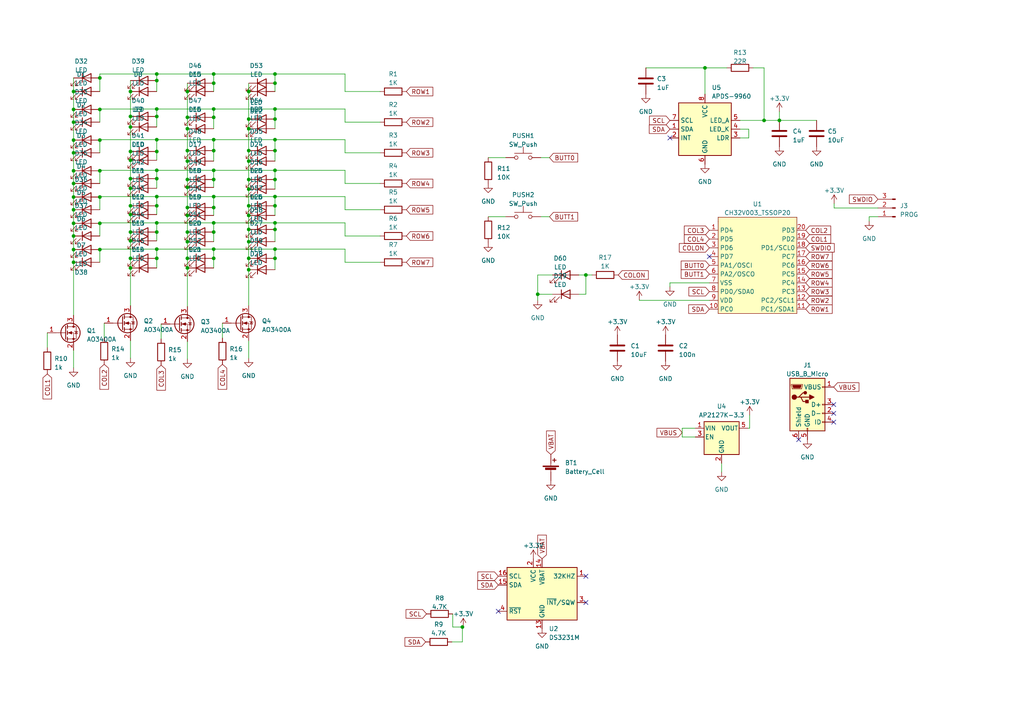
<source format=kicad_sch>
(kicad_sch (version 20230121) (generator eeschema)
  (paper "A4")
  (lib_symbols
    (symbol "Connector:Conn_01x03_Pin" (pin_names (offset 1.016) hide)
      (property "Reference" "J" (at 0 5.08 0))
      (property "Value" "Conn_01x03_Pin" (at 0 -5.08 0))
      (symbol "Conn_01x03_Pin_1_1"
        (pin passive line (at 5.08 2.54 180) (length 3.81) (name "Pin_1") (number "1"))
        (pin passive line (at 5.08 0 180) (length 3.81) (name "Pin_2") (number "2"))
        (pin passive line (at 5.08 -2.54 180) (length 3.81) (name "Pin_3") (number "3"))
      )
    )
    (symbol "Connector:USB_B_Micro" (pin_names (offset 1.016))
      (property "Reference" "J" (at -5.08 11.43 0))
      (property "Value" "USB_B_Micro" (at -5.08 8.89 0))
      (symbol "USB_B_Micro_1_1"
        (pin power_out line (at 7.62 5.08 180) (length 2.54) (name "VBUS") (number "1"))
        (pin bidirectional line (at 7.62 -2.54 180) (length 2.54) (name "D-") (number "2"))
        (pin bidirectional line (at 7.62 0 180) (length 2.54) (name "D+") (number "3"))
        (pin passive line (at 7.62 -5.08 180) (length 2.54) (name "ID") (number "4"))
        (pin power_out line (at 0 -10.16 90) (length 2.54) (name "GND") (number "5"))
        (pin passive line (at -2.54 -10.16 90) (length 2.54) (name "Shield") (number "6"))
      )
    )
    (symbol "Device:Battery_Cell" (pin_numbers hide) (pin_names (offset 0) hide)
      (property "Reference" "BT" (at 2.54 2.54 0))
      (property "Value" "Battery_Cell" (at 2.54 0 0))
      (symbol "Battery_Cell_1_1"
        (pin passive line (at 0 5.08 270) (length 2.54) (name "+") (number "1"))
        (pin passive line (at 0 -2.54 90) (length 2.54) (name "-") (number "2"))
      )
    )
    (symbol "Device:C" (pin_numbers hide) (pin_names (offset 0.254))
      (property "Reference" "C" (at 0.635 2.54 0))
      (property "Value" "C" (at 0.635 -2.54 0))
      (symbol "C_1_1"
        (pin passive line (at 0 3.81 270) (length 2.794) (name "~") (number "1"))
        (pin passive line (at 0 -3.81 90) (length 2.794) (name "~") (number "2"))
      )
    )
    (symbol "Device:LED" (pin_numbers hide) (pin_names (offset 1.016) hide)
      (property "Reference" "D" (at 0 2.54 0))
      (property "Value" "LED" (at 0 -2.54 0))
      (symbol "LED_1_1"
        (pin passive line (at -3.81 0 0) (length 2.54) (name "K") (number "1"))
        (pin passive line (at 3.81 0 180) (length 2.54) (name "A") (number "2"))
      )
    )
    (symbol "Device:R" (pin_numbers hide) (pin_names (offset 0))
      (property "Reference" "R" (at 2.032 0 90))
      (property "Value" "R" (at 0 0 90))
      (symbol "R_1_1"
        (pin passive line (at 0 3.81 270) (length 1.27) (name "~") (number "1"))
        (pin passive line (at 0 -3.81 90) (length 1.27) (name "~") (number "2"))
      )
    )
    (symbol "GND_5" (power) (pin_names (offset 0))
      (property "Value" "GND_5" (at 0 -3.81 0))
      (symbol "GND_5_1_1"
        (pin power_in line (at 0 0 270) (length 0) hide (name "GND") (number "1"))
      )
    )
    (symbol "Larry_Library:CH32V003_TSSOP20"
      (property "Reference" "U" (at 0 0 0))
      (property "Value" "CH32V003_TSSOP20" (at -2.54 -2.54 0))
      (symbol "CH32V003_TSSOP20_1_1"
        (pin bidirectional line (at -16.51 -5.08 0) (length 2.54) (name "PD4") (number "1"))
        (pin bidirectional line (at -16.51 -27.94 0) (length 2.54) (name "PC0") (number "10"))
        (pin bidirectional line (at 11.43 -27.94 180) (length 2.54) (name "PC1/SDA1") (number "11"))
        (pin bidirectional line (at 11.43 -25.4 180) (length 2.54) (name "PC2/SCL1") (number "12"))
        (pin bidirectional line (at 11.43 -22.86 180) (length 2.54) (name "PC3") (number "13"))
        (pin bidirectional line (at 11.43 -20.32 180) (length 2.54) (name "PC4") (number "14"))
        (pin bidirectional line (at 11.43 -17.78 180) (length 2.54) (name "PC5") (number "15"))
        (pin bidirectional line (at 11.43 -15.24 180) (length 2.54) (name "PC6") (number "16"))
        (pin bidirectional line (at 11.43 -12.7 180) (length 2.54) (name "PC7") (number "17"))
        (pin bidirectional line (at 11.43 -10.16 180) (length 2.54) (name "PD1/SCL0") (number "18"))
        (pin bidirectional line (at 11.43 -7.62 180) (length 2.54) (name "PD2") (number "19"))
        (pin bidirectional line (at -16.51 -7.62 0) (length 2.54) (name "PD5") (number "2"))
        (pin bidirectional line (at 11.43 -5.08 180) (length 2.54) (name "PD3") (number "20"))
        (pin bidirectional line (at -16.51 -10.16 0) (length 2.54) (name "PD6") (number "3"))
        (pin bidirectional line (at -16.51 -12.7 0) (length 2.54) (name "PD7") (number "4"))
        (pin bidirectional line (at -16.51 -15.24 0) (length 2.54) (name "PA1/OSCI") (number "5"))
        (pin bidirectional line (at -16.51 -17.78 0) (length 2.54) (name "PA2/OSCO") (number "6"))
        (pin power_in line (at -16.51 -20.32 0) (length 2.54) (name "VSS") (number "7"))
        (pin bidirectional line (at -16.51 -22.86 0) (length 2.54) (name "PD0/SDA0") (number "8"))
        (pin power_in line (at -16.51 -25.4 0) (length 2.54) (name "VDD") (number "9"))
      )
    )
    (symbol "Regulator_Linear:AP2127K-3.3" (pin_names (offset 0.254))
      (property "Reference" "U" (at -5.08 5.715 0))
      (property "Value" "AP2127K-3.3" (at 0 5.715 0))
      (symbol "AP2127K-3.3_1_1"
        (pin power_in line (at -7.62 2.54 0) (length 2.54) (name "VIN") (number "1"))
        (pin power_in line (at 0 -7.62 90) (length 2.54) (name "GND") (number "2"))
        (pin input line (at -7.62 0 0) (length 2.54) (name "EN") (number "3"))
        (pin no_connect line (at 5.08 0 180) (length 2.54) hide (name "NC") (number "4"))
        (pin power_out line (at 7.62 2.54 180) (length 2.54) (name "VOUT") (number "5"))
      )
    )
    (symbol "Sensor:APDS-9960"
      (property "Reference" "U" (at -5.08 8.89 0))
      (property "Value" "APDS-9960" (at 6.35 8.89 0))
      (symbol "APDS-9960_1_1"
        (pin bidirectional line (at -10.16 0 0) (length 2.54) (name "SDA") (number "1"))
        (pin open_collector line (at -10.16 -2.54 0) (length 2.54) (name "INT") (number "2"))
        (pin passive line (at 10.16 -2.54 180) (length 2.54) (name "LDR") (number "3"))
        (pin passive line (at 10.16 0 180) (length 2.54) (name "LED_K") (number "4"))
        (pin passive line (at 10.16 2.54 180) (length 2.54) (name "LED_A") (number "5"))
        (pin power_in line (at 0 -10.16 90) (length 2.54) (name "GND") (number "6"))
        (pin input line (at -10.16 2.54 0) (length 2.54) (name "SCL") (number "7"))
        (pin power_in line (at 0 10.16 270) (length 2.54) (name "VCC") (number "8"))
      )
    )
    (symbol "Switch:SW_Push" (pin_numbers hide) (pin_names (offset 1.016) hide)
      (property "Reference" "SW" (at 1.27 2.54 0))
      (property "Value" "SW_Push" (at 0 -1.524 0))
      (symbol "SW_Push_0_1"
        (pin passive line (at -5.08 0 0) (length 2.54) (name "1") (number "1"))
        (pin passive line (at 5.08 0 180) (length 2.54) (name "2") (number "2"))
      )
    )
    (symbol "Timer_RTC:DS3231M"
      (property "Reference" "U" (at -7.62 8.89 0))
      (property "Value" "DS3231M" (at 10.16 8.89 0))
      (symbol "DS3231M_1_1"
        (pin open_collector line (at 12.7 5.08 180) (length 2.54) (name "32KHZ") (number "1"))
        (pin passive line (at 0 -10.16 90) (length 2.54) hide (name "GND") (number "10"))
        (pin passive line (at 0 -10.16 90) (length 2.54) hide (name "GND") (number "11"))
        (pin passive line (at 0 -10.16 90) (length 2.54) hide (name "GND") (number "12"))
        (pin power_in line (at 0 -10.16 90) (length 2.54) (name "GND") (number "13"))
        (pin power_in line (at 0 10.16 270) (length 2.54) (name "VBAT") (number "14"))
        (pin bidirectional line (at -12.7 2.54 0) (length 2.54) (name "SDA") (number "15"))
        (pin input line (at -12.7 5.08 0) (length 2.54) (name "SCL") (number "16"))
        (pin power_in line (at -2.54 10.16 270) (length 2.54) (name "VCC") (number "2"))
        (pin open_collector line (at 12.7 -2.54 180) (length 2.54) (name "~{INT}/SQW") (number "3"))
        (pin bidirectional line (at -12.7 -5.08 0) (length 2.54) (name "~{RST}") (number "4"))
        (pin passive line (at 0 -10.16 90) (length 2.54) hide (name "GND") (number "5"))
        (pin passive line (at 0 -10.16 90) (length 2.54) hide (name "GND") (number "6"))
        (pin passive line (at 0 -10.16 90) (length 2.54) hide (name "GND") (number "7"))
        (pin passive line (at 0 -10.16 90) (length 2.54) hide (name "GND") (number "8"))
        (pin passive line (at 0 -10.16 90) (length 2.54) hide (name "GND") (number "9"))
      )
    )
    (symbol "Transistor_FET:AO3400A" (pin_names hide)
      (property "Reference" "Q" (at 5.08 1.905 0))
      (property "Value" "AO3400A" (at 5.08 0 0))
      (symbol "AO3400A_1_1"
        (pin input line (at -5.08 0 0) (length 2.54) (name "G") (number "1"))
        (pin passive line (at 2.54 -5.08 90) (length 2.54) (name "S") (number "2"))
        (pin passive line (at 2.54 5.08 270) (length 2.54) (name "D") (number "3"))
      )
    )
    (symbol "power:+3.3V" (power) (pin_names (offset 0))
      (property "Value" "+3.3V" (at 0 3.556 0))
      (symbol "+3.3V_1_1"
        (pin power_in line (at 0 0 90) (length 0) hide (name "+3.3V") (number "1"))
      )
    )
    (symbol "power:GND" (power) (pin_names (offset 0))
      (property "Value" "GND" (at 0 -3.81 0))
      (symbol "GND_1_1"
        (pin power_in line (at 0 0 270) (length 0) hide (name "GND") (number "1"))
      )
    )
  )
  (junction (at 21.336 40.64))
  (junction (at 79.756 52.07))
  (junction (at 37.846 69.85))
  (junction (at 79.756 59.69))
  (junction (at 54.356 77.724))
  (junction (at 28.956 57.15))
  (junction (at 72.136 37.338))
  (junction (at 37.846 62.23))
  (junction (at 28.956 64.77))
  (junction (at 61.976 31.623))
  (junction (at 21.336 64.77))
  (junction (at 72.136 43.688))
  (junction (at 72.136 70.104))
  (junction (at 61.976 60.198))
  (junction (at 79.756 21.463))
  (junction (at 28.956 22.606))
  (junction (at 79.756 43.688))
  (junction (at 54.356 26.543))
  (junction (at 37.846 67.31))
  (junction (at 37.846 43.942))
  (junction (at 54.356 60.198))
  (junction (at 45.466 57.023))
  (junction (at 61.976 52.07))
  (junction (at 37.846 46.482))
  (junction (at 37.846 77.724))
  (junction (at 61.976 43.688))
  (junction (at 54.356 43.688))
  (junction (at 61.976 74.93))
  (junction (at 61.976 67.31))
  (junction (at 45.466 59.69))
  (junction (at 21.336 31.75))
  (junction (at 45.466 33.782))
  (junction (at 61.976 49.403))
  (junction (at 79.756 66.548))
  (junction (at 54.356 37.338))
  (junction (at 45.466 51.816))
  (junction (at 21.336 44.323))
  (junction (at 45.466 67.31))
  (junction (at 45.466 49.403))
  (junction (at 28.956 72.39))
  (junction (at 79.756 40.513))
  (junction (at 134.112 181.864))
  (junction (at 155.956 85.344))
  (junction (at 45.466 23.368))
  (junction (at 21.336 76.073))
  (junction (at 37.846 26.543))
  (junction (at 45.466 43.942))
  (junction (at 45.466 74.93))
  (junction (at 37.846 51.816))
  (junction (at 72.136 34.544))
  (junction (at 72.136 52.07))
  (junction (at 54.356 52.07))
  (junction (at 79.756 24.13))
  (junction (at 61.976 72.263))
  (junction (at 221.615 34.925))
  (junction (at 21.336 49.53))
  (junction (at 37.846 74.93))
  (junction (at 72.136 54.864))
  (junction (at 72.136 26.543))
  (junction (at 37.846 54.61))
  (junction (at 21.336 60.833))
  (junction (at 45.466 40.513))
  (junction (at 72.136 59.69))
  (junction (at 54.356 54.356))
  (junction (at 79.756 49.403))
  (junction (at 21.336 26.543))
  (junction (at 45.466 21.463))
  (junction (at 21.336 72.39))
  (junction (at 21.336 35.433))
  (junction (at 21.336 53.213))
  (junction (at 79.756 34.544))
  (junction (at 72.136 66.548))
  (junction (at 45.466 31.623))
  (junction (at 79.756 74.93))
  (junction (at 169.926 79.756))
  (junction (at 54.356 67.31))
  (junction (at 54.356 34.036))
  (junction (at 61.976 24.13))
  (junction (at 79.756 31.623))
  (junction (at 61.976 40.513))
  (junction (at 204.47 19.685))
  (junction (at 28.956 40.64))
  (junction (at 37.846 36.83))
  (junction (at 61.976 57.023))
  (junction (at 54.356 62.484))
  (junction (at 54.356 70.104))
  (junction (at 54.356 74.93))
  (junction (at 37.846 33.782))
  (junction (at 61.976 34.036))
  (junction (at 21.336 68.453))
  (junction (at 72.136 46.736))
  (junction (at 45.466 64.643))
  (junction (at 28.956 49.53))
  (junction (at 226.06 34.925))
  (junction (at 28.956 31.75))
  (junction (at 61.976 21.463))
  (junction (at 72.136 74.93))
  (junction (at 79.756 57.023))
  (junction (at 37.846 59.69))
  (junction (at 72.136 62.484))
  (junction (at 21.336 57.15))
  (junction (at 45.466 72.263))
  (junction (at 79.756 72.263))
  (junction (at 79.756 64.643))
  (junction (at 72.136 78.232))
  (junction (at 54.356 46.736))
  (junction (at 61.976 64.643))
  (no_connect (at 194.31 40.005))
  (no_connect (at 231.648 127.508))
  (no_connect (at 241.808 122.428))
  (no_connect (at 205.74 74.422))
  (no_connect (at 241.808 117.348))
  (no_connect (at 169.926 167.132))
  (no_connect (at 241.808 119.888))
  (no_connect (at 144.526 177.292))
  (no_connect (at 169.926 174.752))
  (wire (pts (xy 45.466 40.513) (xy 45.466 43.942)))
  (wire (pts (xy 79.756 52.07) (xy 79.756 54.864)))
  (wire (pts (xy 54.356 24.13) (xy 54.356 26.543)))
  (wire (pts (xy 226.06 34.925) (xy 236.855 34.925)))
  (wire (pts (xy 61.976 52.07) (xy 61.976 54.356)))
  (wire (pts (xy 185.42 87.122) (xy 205.74 87.122)))
  (wire (pts (xy 61.976 60.198) (xy 61.976 62.484)))
  (wire (pts (xy 100.076 72.263) (xy 100.076 76.073)))
  (wire (pts (xy 45.466 57.023) (xy 45.466 59.69)))
  (wire (pts (xy 45.466 49.403) (xy 45.466 51.816)))
  (wire (pts (xy 61.976 24.13) (xy 61.976 26.543)))
  (wire (pts (xy 37.846 26.543) (xy 37.846 33.782)))
  (wire (pts (xy 61.976 64.643) (xy 61.976 67.31)))
  (wire (pts (xy 61.976 34.036) (xy 61.976 37.338)))
  (wire (pts (xy 61.976 72.263) (xy 79.756 72.263)))
  (wire (pts (xy 141.605 45.72) (xy 146.685 45.72)))
  (wire (pts (xy 37.846 98.806) (xy 37.846 103.886)))
  (wire (pts (xy 45.466 33.782) (xy 45.466 36.83)))
  (wire (pts (xy 54.356 60.198) (xy 54.356 62.484)))
  (wire (pts (xy 28.956 31.623) (xy 28.956 31.75)))
  (wire (pts (xy 28.956 64.77) (xy 28.956 68.453)))
  (wire (pts (xy 28.956 49.403) (xy 28.956 49.53)))
  (wire (pts (xy 54.356 62.484) (xy 54.356 67.31)))
  (wire (pts (xy 28.956 31.75) (xy 28.956 35.433)))
  (wire (pts (xy 45.466 67.31) (xy 45.466 69.85)))
  (wire (pts (xy 61.976 31.623) (xy 61.976 34.036)))
  (wire (pts (xy 28.956 40.513) (xy 45.466 40.513)))
  (wire (pts (xy 100.076 76.073) (xy 110.236 76.073)))
  (wire (pts (xy 28.956 57.023) (xy 28.956 57.15)))
  (wire (pts (xy 79.756 72.263) (xy 100.076 72.263)))
  (wire (pts (xy 221.615 34.925) (xy 226.06 34.925)))
  (wire (pts (xy 72.136 59.69) (xy 72.136 62.484)))
  (wire (pts (xy 72.136 70.104) (xy 72.136 74.93)))
  (wire (pts (xy 72.136 98.806) (xy 72.136 103.886)))
  (wire (pts (xy 197.866 124.206) (xy 201.676 124.206)))
  (wire (pts (xy 204.47 19.685) (xy 210.82 19.685)))
  (wire (pts (xy 221.615 19.685) (xy 221.615 34.925)))
  (wire (pts (xy 54.356 77.724) (xy 54.356 88.9)))
  (wire (pts (xy 100.076 57.023) (xy 100.076 60.833)))
  (wire (pts (xy 131.318 181.864) (xy 134.112 181.864)))
  (wire (pts (xy 79.756 21.463) (xy 100.076 21.463)))
  (wire (pts (xy 28.956 21.463) (xy 28.956 22.606)))
  (wire (pts (xy 28.956 31.623) (xy 45.466 31.623)))
  (wire (pts (xy 45.466 31.623) (xy 61.976 31.623)))
  (wire (pts (xy 61.976 43.688) (xy 61.976 46.736)))
  (wire (pts (xy 28.956 40.513) (xy 28.956 40.64)))
  (wire (pts (xy 72.136 37.338) (xy 72.136 43.688)))
  (wire (pts (xy 54.356 26.543) (xy 54.356 34.036)))
  (wire (pts (xy 217.424 120.396) (xy 217.424 124.206)))
  (wire (pts (xy 45.466 21.463) (xy 45.466 23.368)))
  (wire (pts (xy 72.136 46.736) (xy 72.136 52.07)))
  (wire (pts (xy 100.076 68.453) (xy 110.236 68.453)))
  (wire (pts (xy 79.756 57.023) (xy 100.076 57.023)))
  (wire (pts (xy 72.136 43.688) (xy 72.136 46.736)))
  (wire (pts (xy 79.756 72.263) (xy 79.756 74.93)))
  (wire (pts (xy 54.356 74.93) (xy 54.356 77.724)))
  (wire (pts (xy 187.325 19.685) (xy 204.47 19.685)))
  (wire (pts (xy 79.756 49.403) (xy 79.756 52.07)))
  (wire (pts (xy 37.846 33.782) (xy 37.846 36.83)))
  (wire (pts (xy 61.976 40.513) (xy 61.976 43.688)))
  (wire (pts (xy 72.136 78.232) (xy 72.136 88.646)))
  (wire (pts (xy 134.112 186.182) (xy 134.112 181.864)))
  (wire (pts (xy 37.846 54.61) (xy 37.846 59.69)))
  (wire (pts (xy 79.756 40.513) (xy 100.076 40.513)))
  (wire (pts (xy 37.846 74.93) (xy 37.846 77.724)))
  (wire (pts (xy 61.976 74.93) (xy 61.976 77.724)))
  (wire (pts (xy 28.956 49.53) (xy 28.956 53.213)))
  (wire (pts (xy 30.226 98.044) (xy 30.226 93.726)))
  (wire (pts (xy 79.756 49.403) (xy 100.076 49.403)))
  (wire (pts (xy 54.356 70.104) (xy 54.356 74.93)))
  (wire (pts (xy 21.336 76.073) (xy 21.336 91.44)))
  (wire (pts (xy 21.336 44.323) (xy 21.336 49.53)))
  (wire (pts (xy 72.136 26.543) (xy 72.136 34.544)))
  (wire (pts (xy 54.356 37.338) (xy 54.356 43.688)))
  (wire (pts (xy 185.42 87.122) (xy 185.42 86.995)))
  (wire (pts (xy 160.274 79.756) (xy 155.956 79.756)))
  (wire (pts (xy 21.336 35.433) (xy 21.336 40.64)))
  (wire (pts (xy 156.845 45.72) (xy 159.385 45.72)))
  (wire (pts (xy 28.956 49.403) (xy 45.466 49.403)))
  (wire (pts (xy 79.756 31.623) (xy 79.756 34.544)))
  (wire (pts (xy 21.336 101.6) (xy 21.336 106.68)))
  (wire (pts (xy 28.956 21.463) (xy 45.466 21.463)))
  (wire (pts (xy 100.076 21.463) (xy 100.076 26.543)))
  (wire (pts (xy 37.846 46.482) (xy 37.846 51.816)))
  (wire (pts (xy 100.076 64.643) (xy 100.076 68.453)))
  (wire (pts (xy 61.976 31.623) (xy 79.756 31.623)))
  (wire (pts (xy 156.845 62.865) (xy 159.385 62.865)))
  (wire (pts (xy 131.064 186.182) (xy 134.112 186.182)))
  (wire (pts (xy 21.336 40.64) (xy 21.336 44.323)))
  (wire (pts (xy 21.336 60.833) (xy 21.336 64.77)))
  (wire (pts (xy 61.976 64.643) (xy 79.756 64.643)))
  (wire (pts (xy 61.976 21.463) (xy 61.976 24.13)))
  (wire (pts (xy 100.076 35.433) (xy 110.236 35.433)))
  (wire (pts (xy 21.336 57.15) (xy 21.336 60.833)))
  (wire (pts (xy 155.956 87.122) (xy 155.956 85.344)))
  (wire (pts (xy 100.076 31.623) (xy 100.076 35.433)))
  (wire (pts (xy 37.846 69.85) (xy 37.846 74.93)))
  (wire (pts (xy 100.076 40.513) (xy 100.076 44.323)))
  (wire (pts (xy 79.756 34.544) (xy 79.756 37.338)))
  (wire (pts (xy 28.956 72.263) (xy 28.956 72.39)))
  (wire (pts (xy 61.976 40.513) (xy 79.756 40.513)))
  (wire (pts (xy 37.846 62.23) (xy 37.846 67.31)))
  (wire (pts (xy 194.31 82.042) (xy 194.31 83.185)))
  (wire (pts (xy 45.466 31.623) (xy 45.466 33.782)))
  (wire (pts (xy 155.956 79.756) (xy 155.956 85.344)))
  (wire (pts (xy 46.736 98.298) (xy 46.736 93.98)))
  (wire (pts (xy 54.356 34.036) (xy 54.356 37.338)))
  (wire (pts (xy 37.846 51.816) (xy 37.846 54.61)))
  (wire (pts (xy 155.956 85.344) (xy 160.274 85.344)))
  (wire (pts (xy 61.976 67.31) (xy 61.976 70.104)))
  (wire (pts (xy 28.956 40.64) (xy 28.956 44.323)))
  (wire (pts (xy 54.356 46.736) (xy 54.356 52.07)))
  (wire (pts (xy 169.926 79.756) (xy 171.704 79.756)))
  (wire (pts (xy 79.756 59.69) (xy 79.756 62.484)))
  (wire (pts (xy 79.756 31.623) (xy 100.076 31.623)))
  (wire (pts (xy 37.846 67.31) (xy 37.846 69.85)))
  (wire (pts (xy 217.17 40.005) (xy 217.17 37.465)))
  (wire (pts (xy 167.894 79.756) (xy 169.926 79.756)))
  (wire (pts (xy 37.846 77.724) (xy 37.846 88.646)))
  (wire (pts (xy 79.756 64.643) (xy 79.756 66.548)))
  (wire (pts (xy 254.635 62.865) (xy 252.095 62.865)))
  (wire (pts (xy 28.956 57.023) (xy 45.466 57.023)))
  (wire (pts (xy 54.356 99.06) (xy 54.356 104.14)))
  (wire (pts (xy 72.136 62.484) (xy 72.136 66.548)))
  (wire (pts (xy 28.956 22.606) (xy 28.956 26.543)))
  (wire (pts (xy 79.756 40.513) (xy 79.756 43.688)))
  (wire (pts (xy 37.846 36.83) (xy 37.846 43.942)))
  (wire (pts (xy 61.976 21.463) (xy 79.756 21.463)))
  (wire (pts (xy 45.466 64.643) (xy 61.976 64.643)))
  (wire (pts (xy 214.63 40.005) (xy 217.17 40.005)))
  (wire (pts (xy 72.136 24.13) (xy 72.136 26.543)))
  (wire (pts (xy 100.076 60.833) (xy 110.236 60.833)))
  (wire (pts (xy 72.136 34.544) (xy 72.136 37.338)))
  (wire (pts (xy 197.866 124.206) (xy 197.866 126.746)))
  (wire (pts (xy 54.356 43.688) (xy 54.356 46.736)))
  (wire (pts (xy 209.296 134.366) (xy 209.296 136.906)))
  (wire (pts (xy 45.466 64.643) (xy 45.466 67.31)))
  (wire (pts (xy 100.076 49.403) (xy 100.076 53.213)))
  (wire (pts (xy 37.846 43.942) (xy 37.846 46.482)))
  (wire (pts (xy 45.466 57.023) (xy 61.976 57.023)))
  (wire (pts (xy 169.926 85.344) (xy 169.926 79.756)))
  (wire (pts (xy 13.716 100.838) (xy 13.716 96.52)))
  (wire (pts (xy 28.956 72.263) (xy 45.466 72.263)))
  (wire (pts (xy 241.935 59.055) (xy 241.935 60.325)))
  (wire (pts (xy 21.336 26.543) (xy 21.336 31.75)))
  (wire (pts (xy 45.466 72.263) (xy 61.976 72.263)))
  (wire (pts (xy 37.846 23.368) (xy 37.846 26.543)))
  (wire (pts (xy 72.136 52.07) (xy 72.136 54.864)))
  (wire (pts (xy 100.076 26.543) (xy 110.236 26.543)))
  (wire (pts (xy 100.076 53.213) (xy 110.236 53.213)))
  (wire (pts (xy 54.356 52.07) (xy 54.356 54.356)))
  (wire (pts (xy 216.916 124.206) (xy 217.424 124.206)))
  (wire (pts (xy 45.466 21.463) (xy 61.976 21.463)))
  (wire (pts (xy 45.466 72.263) (xy 45.466 74.93)))
  (wire (pts (xy 134.112 181.864) (xy 134.366 181.864)))
  (wire (pts (xy 61.976 72.263) (xy 61.976 74.93)))
  (wire (pts (xy 79.756 57.023) (xy 79.756 59.69)))
  (wire (pts (xy 79.756 24.13) (xy 79.756 26.543)))
  (wire (pts (xy 72.136 54.864) (xy 72.136 59.69)))
  (wire (pts (xy 79.756 21.463) (xy 79.756 24.13)))
  (wire (pts (xy 141.605 62.865) (xy 146.685 62.865)))
  (wire (pts (xy 21.336 22.606) (xy 21.336 26.543)))
  (wire (pts (xy 226.06 32.385) (xy 226.06 34.925)))
  (wire (pts (xy 54.356 67.31) (xy 54.356 70.104)))
  (wire (pts (xy 217.17 37.465) (xy 214.63 37.465)))
  (wire (pts (xy 37.846 59.69) (xy 37.846 62.23)))
  (wire (pts (xy 205.74 82.042) (xy 194.31 82.042)))
  (wire (pts (xy 167.894 85.344) (xy 169.926 85.344)))
  (wire (pts (xy 79.756 74.93) (xy 79.756 78.232)))
  (wire (pts (xy 54.356 54.356) (xy 54.356 60.198)))
  (wire (pts (xy 61.976 57.023) (xy 61.976 60.198)))
  (wire (pts (xy 45.466 40.513) (xy 61.976 40.513)))
  (wire (pts (xy 21.336 64.77) (xy 21.336 68.453)))
  (wire (pts (xy 45.466 43.942) (xy 45.466 46.482)))
  (wire (pts (xy 21.336 72.39) (xy 21.336 76.073)))
  (wire (pts (xy 45.466 59.69) (xy 45.466 62.23)))
  (wire (pts (xy 241.935 60.325) (xy 254.635 60.325)))
  (wire (pts (xy 72.136 66.548) (xy 72.136 70.104)))
  (wire (pts (xy 21.336 68.453) (xy 21.336 72.39)))
  (wire (pts (xy 61.976 49.403) (xy 61.976 52.07)))
  (wire (pts (xy 28.956 64.643) (xy 45.466 64.643)))
  (wire (pts (xy 79.756 64.643) (xy 100.076 64.643)))
  (wire (pts (xy 100.076 44.323) (xy 110.236 44.323)))
  (wire (pts (xy 28.956 57.15) (xy 28.956 60.833)))
  (wire (pts (xy 28.956 64.643) (xy 28.956 64.77)))
  (wire (pts (xy 45.466 51.816) (xy 45.466 54.61)))
  (wire (pts (xy 201.676 126.746) (xy 197.866 126.746)))
  (wire (pts (xy 218.44 19.685) (xy 221.615 19.685)))
  (wire (pts (xy 61.976 49.403) (xy 79.756 49.403)))
  (wire (pts (xy 79.756 66.548) (xy 79.756 70.104)))
  (wire (pts (xy 21.336 31.75) (xy 21.336 35.433)))
  (wire (pts (xy 28.956 72.39) (xy 28.956 76.073)))
  (wire (pts (xy 214.63 34.925) (xy 221.615 34.925)))
  (wire (pts (xy 61.976 57.023) (xy 79.756 57.023)))
  (wire (pts (xy 64.516 98.044) (xy 64.516 93.726)))
  (wire (pts (xy 21.336 53.213) (xy 21.336 57.15)))
  (wire (pts (xy 45.466 74.93) (xy 45.466 77.724)))
  (wire (pts (xy 21.336 49.53) (xy 21.336 53.213)))
  (wire (pts (xy 79.756 43.688) (xy 79.756 46.736)))
  (wire (pts (xy 204.47 19.685) (xy 204.47 27.305)))
  (wire (pts (xy 45.466 23.368) (xy 45.466 26.543)))
  (wire (pts (xy 252.095 62.865) (xy 252.095 64.135)))
  (wire (pts (xy 72.136 74.93) (xy 72.136 78.232)))
  (wire (pts (xy 45.466 49.403) (xy 61.976 49.403)))
  (wire (pts (xy 131.318 178.054) (xy 131.318 181.864)))
  (global_label "COL3" (shape input) (at 46.736 105.918 270) (property "Intersheetrefs" "${INTERSHEET_REFS}" (effects hide)))
  (global_label "VBUS" (shape input) (at 241.808 112.268 0) (property "Intersheetrefs" "${INTERSHEET_REFS}" (effects hide)))
  (global_label "ROW5" (shape input) (at 117.856 60.833 0) (property "Intersheetrefs" "${INTERSHEET_REFS}" (effects hide)))
  (global_label "ROW3" (shape input) (at 117.856 44.323 0) (property "Intersheetrefs" "${INTERSHEET_REFS}" (effects hide)))
  (global_label "SDA" (shape input) (at 205.74 89.662 180) (property "Intersheetrefs" "${INTERSHEET_REFS}" (effects hide)))
  (global_label "BUTT1" (shape input) (at 159.385 62.865 0) (property "Intersheetrefs" "${INTERSHEET_REFS}" (effects hide)))
  (global_label "ROW5" (shape input) (at 233.68 79.502 0) (property "Intersheetrefs" "${INTERSHEET_REFS}" (effects hide)))
  (global_label "ROW3" (shape input) (at 233.68 84.582 0) (property "Intersheetrefs" "${INTERSHEET_REFS}" (effects hide)))
  (global_label "VBAT" (shape input) (at 157.226 162.052 90) (property "Intersheetrefs" "${INTERSHEET_REFS}" (effects hide)))
  (global_label "ROW6" (shape input) (at 233.68 76.962 0) (property "Intersheetrefs" "${INTERSHEET_REFS}" (effects hide)))
  (global_label "SWDIO" (shape input) (at 233.68 71.882 0) (property "Intersheetrefs" "${INTERSHEET_REFS}" (effects hide)))
  (global_label "ROW7" (shape input) (at 117.856 76.073 0) (property "Intersheetrefs" "${INTERSHEET_REFS}" (effects hide)))
  (global_label "SCL" (shape input) (at 123.698 178.054 180) (property "Intersheetrefs" "${INTERSHEET_REFS}" (effects hide)))
  (global_label "SWDIO" (shape input) (at 254.635 57.785 180) (property "Intersheetrefs" "${INTERSHEET_REFS}" (effects hide)))
  (global_label "BUTT0" (shape input) (at 205.74 76.962 180) (property "Intersheetrefs" "${INTERSHEET_REFS}" (effects hide)))
  (global_label "COLON" (shape input) (at 179.324 79.756 0) (property "Intersheetrefs" "${INTERSHEET_REFS}" (effects hide)))
  (global_label "COL1" (shape input) (at 233.68 69.342 0) (property "Intersheetrefs" "${INTERSHEET_REFS}" (effects hide)))
  (global_label "VBUS" (shape input) (at 197.866 125.476 180) (property "Intersheetrefs" "${INTERSHEET_REFS}" (effects hide)))
  (global_label "SDA" (shape input) (at 123.444 186.182 180) (property "Intersheetrefs" "${INTERSHEET_REFS}" (effects hide)))
  (global_label "ROW6" (shape input) (at 117.856 68.453 0) (property "Intersheetrefs" "${INTERSHEET_REFS}" (effects hide)))
  (global_label "COL4" (shape input) (at 205.74 69.342 180) (property "Intersheetrefs" "${INTERSHEET_REFS}" (effects hide)))
  (global_label "BUTT0" (shape input) (at 159.385 45.72 0) (property "Intersheetrefs" "${INTERSHEET_REFS}" (effects hide)))
  (global_label "ROW7" (shape input) (at 233.68 74.422 0) (property "Intersheetrefs" "${INTERSHEET_REFS}" (effects hide)))
  (global_label "SCL" (shape input) (at 205.74 84.582 180) (property "Intersheetrefs" "${INTERSHEET_REFS}" (effects hide)))
  (global_label "VBAT" (shape input) (at 159.766 131.826 90) (property "Intersheetrefs" "${INTERSHEET_REFS}" (effects hide)))
  (global_label "BUTT1" (shape input) (at 205.74 79.502 180) (property "Intersheetrefs" "${INTERSHEET_REFS}" (effects hide)))
  (global_label "ROW4" (shape input) (at 233.68 82.042 0) (property "Intersheetrefs" "${INTERSHEET_REFS}" (effects hide)))
  (global_label "COL3" (shape input) (at 205.74 66.802 180) (property "Intersheetrefs" "${INTERSHEET_REFS}" (effects hide)))
  (global_label "COL1" (shape input) (at 13.716 108.458 270) (property "Intersheetrefs" "${INTERSHEET_REFS}" (effects hide)))
  (global_label "COL4" (shape input) (at 64.516 105.664 270) (property "Intersheetrefs" "${INTERSHEET_REFS}" (effects hide)))
  (global_label "SCL" (shape input) (at 144.526 167.132 180) (property "Intersheetrefs" "${INTERSHEET_REFS}" (effects hide)))
  (global_label "ROW2" (shape input) (at 117.856 35.433 0) (property "Intersheetrefs" "${INTERSHEET_REFS}" (effects hide)))
  (global_label "ROW1" (shape input) (at 233.68 89.662 0) (property "Intersheetrefs" "${INTERSHEET_REFS}" (effects hide)))
  (global_label "ROW2" (shape input) (at 233.68 87.122 0) (property "Intersheetrefs" "${INTERSHEET_REFS}" (effects hide)))
  (global_label "ROW4" (shape input) (at 117.856 53.213 0) (property "Intersheetrefs" "${INTERSHEET_REFS}" (effects hide)))
  (global_label "SCL" (shape input) (at 194.31 34.925 180) (property "Intersheetrefs" "${INTERSHEET_REFS}" (effects hide)))
  (global_label "SDA" (shape input) (at 194.31 37.465 180) (property "Intersheetrefs" "${INTERSHEET_REFS}" (effects hide)))
  (global_label "ROW1" (shape input) (at 117.856 26.543 0) (property "Intersheetrefs" "${INTERSHEET_REFS}" (effects hide)))
  (global_label "SDA" (shape input) (at 144.526 169.672 180) (property "Intersheetrefs" "${INTERSHEET_REFS}" (effects hide)))
  (global_label "COLON" (shape input) (at 205.74 71.882 180) (property "Intersheetrefs" "${INTERSHEET_REFS}" (effects hide)))
  (global_label "COL2" (shape input) (at 233.68 66.802 0) (property "Intersheetrefs" "${INTERSHEET_REFS}" (effects hide)))
  (global_label "COL2" (shape input) (at 30.226 105.664 270) (property "Intersheetrefs" "${INTERSHEET_REFS}" (effects hide)))
  (symbol (lib_id "power:GND") (at 193.04 104.775 0) (unit 1)
    (property "Reference" "#PWR07" (effects hide))
    (property "Value" "GND" (at 193.04 109.855 0))
  )
  (symbol (lib_id "Device:LED") (at 25.146 76.073 0) (unit 1)
    (property "Reference" "D7" (at 23.5585 71.12 0))
    (property "Value" "LED" (at 23.5585 73.66 0))
    (property "Footprint" "LED_SMD:LED_0603_1608Metric" (effects hide))
  )
  (symbol (lib_id "Device:LED") (at 58.166 46.736 0) (unit 1)
    (property "Reference" "D17" (at 56.5785 41.91 0))
    (property "Value" "LED" (at 56.5785 44.45 0))
    (property "Footprint" "LED_SMD:LED_0603_1608Metric" (effects hide))
  )
  (symbol (lib_id "Device:LED") (at 58.166 62.484 0) (unit 1)
    (property "Reference" "D19" (at 56.5785 57.15 0))
    (property "Value" "LED" (at 56.5785 59.69 0))
    (property "Footprint" "LED_SMD:LED_0603_1608Metric" (effects hide))
  )
  (symbol (lib_id "Device:LED") (at 75.946 54.864 0) (unit 1)
    (property "Reference" "D25" (at 74.3585 49.53 0))
    (property "Value" "LED" (at 74.3585 52.07 0))
    (property "Footprint" "LED_SMD:LED_0603_1608Metric" (effects hide))
  )
  (symbol (lib_id "Device:LED") (at 41.656 46.482 0) (unit 1)
    (property "Reference" "D10" (at 40.0685 41.91 0))
    (property "Value" "LED" (at 40.0685 44.45 0))
    (property "Footprint" "LED_SMD:LED_0603_1608Metric" (effects hide))
  )
  (symbol (lib_id "power:+3.3V") (at 241.935 59.055 0) (unit 1)
    (property "Reference" "#PWR011" (effects hide))
    (property "Value" "+3.3V" (at 241.935 55.245 0))
  )
  (symbol (lib_id "Device:R") (at 46.736 102.108 180) (unit 1)
    (property "Reference" "R15" (at 48.768 101.473 0) (effects (justify right)))
    (property "Value" "1k" (at 48.768 104.013 0) (effects (justify right)))
    (property "Footprint" "Resistor_SMD:R_0603_1608Metric" (effects hide))
  )
  (symbol (lib_id "Device:R") (at 64.516 101.854 180) (unit 1)
    (property "Reference" "R16" (at 66.548 101.219 0) (effects (justify right)))
    (property "Value" "1k" (at 66.548 103.759 0) (effects (justify right)))
    (property "Footprint" "Resistor_SMD:R_0603_1608Metric" (effects hide))
  )
  (symbol (lib_id "Transistor_FET:AO3400A") (at 18.796 96.52 0) (unit 1)
    (property "Reference" "Q1" (at 25.146 95.885 0) (effects (justify left)))
    (property "Value" "AO3400A" (at 25.146 98.425 0) (effects (justify left)))
    (property "Footprint" "Package_TO_SOT_SMD:SOT-23" (effects hide))
    (property "Datasheet" "http://www.aosmd.com/pdfs/datasheet/AO3400A.pdf" (effects hide))
  )
  (symbol (lib_id "Device:LED") (at 58.166 52.07 0) (unit 1)
    (property "Reference" "D49" (at 56.5785 46.99 0))
    (property "Value" "LED" (at 56.5785 49.53 0))
    (property "Footprint" "LED_SMD:LED_0603_1608Metric" (effects hide))
  )
  (symbol (lib_id "Device:LED") (at 58.166 43.688 0) (unit 1)
    (property "Reference" "D48" (at 56.5785 38.1 0))
    (property "Value" "LED" (at 56.5785 40.64 0))
    (property "Footprint" "LED_SMD:LED_0603_1608Metric" (effects hide))
  )
  (symbol (lib_id "Device:LED") (at 25.146 53.213 0) (unit 1)
    (property "Reference" "D4" (at 23.5585 48.26 0))
    (property "Value" "LED" (at 23.5585 50.8 0))
    (property "Footprint" "LED_SMD:LED_0603_1608Metric" (effects hide))
  )
  (symbol (lib_id "power:+3.3V") (at 193.04 97.155 0) (unit 1)
    (property "Reference" "#PWR06" (effects hide))
    (property "Value" "+3.3V" (at 193.04 93.345 0))
  )
  (symbol (lib_id "Device:LED") (at 58.166 37.338 0) (unit 1)
    (property "Reference" "D16" (at 56.5785 31.75 0))
    (property "Value" "LED" (at 56.5785 34.29 0))
    (property "Footprint" "LED_SMD:LED_0603_1608Metric" (effects hide))
  )
  (symbol (lib_id "Device:R") (at 141.605 49.53 0) (unit 1)
    (property "Reference" "R11" (at 144.145 48.895 0) (effects (justify left)))
    (property "Value" "10K" (at 144.145 51.435 0) (effects (justify left)))
    (property "Footprint" "Resistor_SMD:R_0603_1608Metric" (effects hide))
  )
  (symbol (lib_id "Device:LED") (at 58.166 74.93 0) (unit 1)
    (property "Reference" "D52" (at 56.5785 69.85 0))
    (property "Value" "LED" (at 56.5785 72.39 0))
    (property "Footprint" "LED_SMD:LED_0603_1608Metric" (effects hide))
  )
  (symbol (lib_id "Device:LED") (at 25.146 64.77 0) (unit 1)
    (property "Reference" "D37" (at 23.5585 59.69 0))
    (property "Value" "LED" (at 23.5585 62.23 0))
    (property "Footprint" "LED_SMD:LED_0603_1608Metric" (effects hide))
  )
  (symbol (lib_id "Sensor:APDS-9960") (at 204.47 37.465 0) (unit 1)
    (property "Reference" "U5" (at 206.4259 25.4 0) (effects (justify left)))
    (property "Value" "APDS-9960" (at 206.4259 27.94 0) (effects (justify left)))
    (property "Footprint" "Sensor:Avago_APDS-9960" (effects hide))
    (property "Datasheet" "https://docs.broadcom.com/doc/AV02-4191EN" (effects hide))
  )
  (symbol (lib_id "Device:LED") (at 58.166 54.356 0) (unit 1)
    (property "Reference" "D18" (at 56.5785 49.53 0))
    (property "Value" "LED" (at 56.5785 52.07 0))
    (property "Footprint" "LED_SMD:LED_0603_1608Metric" (effects hide))
  )
  (symbol (lib_id "Device:LED") (at 75.946 70.104 0) (unit 1)
    (property "Reference" "D27" (at 74.3585 64.77 0))
    (property "Value" "LED" (at 74.3585 67.31 0))
    (property "Footprint" "LED_SMD:LED_0603_1608Metric" (effects hide))
  )
  (symbol (lib_id "Device:LED") (at 41.656 77.724 0) (unit 1)
    (property "Reference" "D14" (at 40.0685 72.39 0))
    (property "Value" "LED" (at 40.0685 74.93 0))
    (property "Footprint" "LED_SMD:LED_0603_1608Metric" (effects hide))
  )
  (symbol (lib_id "Device:LED") (at 41.656 33.782 0) (unit 1)
    (property "Reference" "D40" (at 40.0685 29.21 0))
    (property "Value" "LED" (at 40.0685 31.75 0))
    (property "Footprint" "LED_SMD:LED_0603_1608Metric" (effects hide))
  )
  (symbol (lib_id "Device:LED") (at 25.146 22.606 0) (unit 1)
    (property "Reference" "D32" (at 23.5585 17.78 0))
    (property "Value" "LED" (at 23.5585 20.32 0))
    (property "Footprint" "LED_SMD:LED_0603_1608Metric" (effects hide))
  )
  (symbol (lib_id "Device:C") (at 226.06 38.735 0) (unit 1)
    (property "Reference" "C4" (at 229.87 38.1 0) (effects (justify left)))
    (property "Value" "1uF" (at 229.87 40.64 0) (effects (justify left)))
    (property "Footprint" "Capacitor_SMD:C_0603_1608Metric" (effects hide))
  )
  (symbol (lib_id "Device:R") (at 114.046 68.453 90) (unit 1)
    (property "Reference" "R6" (at 114.046 63.373 90))
    (property "Value" "1K" (at 114.046 65.913 90))
    (property "Footprint" "Resistor_SMD:R_0603_1608Metric" (effects hide))
  )
  (symbol (lib_id "Device:R") (at 114.046 76.073 90) (unit 1)
    (property "Reference" "R7" (at 114.046 70.993 90))
    (property "Value" "1K" (at 114.046 73.533 90))
    (property "Footprint" "Resistor_SMD:R_0603_1608Metric" (effects hide))
  )
  (symbol (lib_id "Device:LED") (at 41.656 43.942 0) (unit 1)
    (property "Reference" "D41" (at 40.0685 39.37 0))
    (property "Value" "LED" (at 40.0685 41.91 0))
    (property "Footprint" "LED_SMD:LED_0603_1608Metric" (effects hide))
  )
  (symbol (lib_name "GND_5") (lib_id "power:GND") (at 54.356 104.14 0) (unit 1)
    (property "Reference" "#PWR014" (effects hide))
    (property "Value" "GND" (at 54.356 109.22 0))
  )
  (symbol (lib_id "Device:R") (at 114.046 44.323 90) (unit 1)
    (property "Reference" "R3" (at 114.046 39.243 90))
    (property "Value" "1K" (at 114.046 41.783 90))
    (property "Footprint" "Resistor_SMD:R_0603_1608Metric" (effects hide))
  )
  (symbol (lib_id "Device:Battery_Cell") (at 159.766 136.906 0) (unit 1)
    (property "Reference" "BT1" (at 163.83 134.239 0) (effects (justify left)))
    (property "Value" "Battery_Cell" (at 163.83 136.779 0) (effects (justify left)))
    (property "Footprint" "Battery:CR44_Tabs" (effects hide))
  )
  (symbol (lib_id "Device:LED") (at 41.656 51.816 0) (unit 1)
    (property "Reference" "D42" (at 40.0685 46.99 0))
    (property "Value" "LED" (at 40.0685 49.53 0))
    (property "Footprint" "LED_SMD:LED_0603_1608Metric" (effects hide))
  )
  (symbol (lib_id "Device:LED") (at 25.146 57.15 0) (unit 1)
    (property "Reference" "D36" (at 23.5585 52.07 0))
    (property "Value" "LED" (at 23.5585 54.61 0))
    (property "Footprint" "LED_SMD:LED_0603_1608Metric" (effects hide))
  )
  (symbol (lib_name "GND_5") (lib_id "power:GND") (at 72.136 103.886 0) (unit 1)
    (property "Reference" "#PWR021" (effects hide))
    (property "Value" "GND" (at 72.136 108.966 0))
  )
  (symbol (lib_id "Device:LED") (at 58.166 24.13 0) (unit 1)
    (property "Reference" "D46" (at 56.5785 19.05 0))
    (property "Value" "LED" (at 56.5785 21.59 0))
    (property "Footprint" "LED_SMD:LED_0603_1608Metric" (effects hide))
  )
  (symbol (lib_id "Device:LED") (at 25.146 60.833 0) (unit 1)
    (property "Reference" "D5" (at 23.5585 55.88 0))
    (property "Value" "LED" (at 23.5585 58.42 0))
    (property "Footprint" "LED_SMD:LED_0603_1608Metric" (effects hide))
  )
  (symbol (lib_id "Device:LED") (at 41.656 36.83 0) (unit 1)
    (property "Reference" "D9" (at 40.0685 31.75 0))
    (property "Value" "LED" (at 40.0685 34.29 0))
    (property "Footprint" "LED_SMD:LED_0603_1608Metric" (effects hide))
  )
  (symbol (lib_id "power:GND") (at 194.31 83.185 0) (unit 1)
    (property "Reference" "#PWR08" (effects hide))
    (property "Value" "GND" (at 194.31 88.265 0))
  )
  (symbol (lib_id "power:GND") (at 159.766 139.446 0) (unit 1)
    (property "Reference" "#PWR015" (effects hide))
    (property "Value" "GND" (at 159.766 144.526 0))
  )
  (symbol (lib_id "Device:C") (at 179.07 100.965 0) (unit 1)
    (property "Reference" "C1" (at 182.88 100.33 0) (effects (justify left)))
    (property "Value" "10uF" (at 182.88 102.87 0) (effects (justify left)))
    (property "Footprint" "Capacitor_SMD:C_0603_1608Metric" (effects hide))
  )
  (symbol (lib_id "Device:LED") (at 41.656 67.31 0) (unit 1)
    (property "Reference" "D44" (at 40.0685 62.23 0))
    (property "Value" "LED" (at 40.0685 64.77 0))
    (property "Footprint" "LED_SMD:LED_0603_1608Metric" (effects hide))
  )
  (symbol (lib_id "Device:R") (at 13.716 104.648 180) (unit 1)
    (property "Reference" "R10" (at 15.748 104.013 0) (effects (justify right)))
    (property "Value" "1k" (at 15.748 106.553 0) (effects (justify right)))
    (property "Footprint" "Resistor_SMD:R_0603_1608Metric" (effects hide))
  )
  (symbol (lib_id "Device:LED") (at 25.146 44.323 0) (unit 1)
    (property "Reference" "D3" (at 23.5585 39.37 0))
    (property "Value" "LED" (at 23.5585 41.91 0))
    (property "Footprint" "LED_SMD:LED_0603_1608Metric" (effects hide))
  )
  (symbol (lib_id "power:GND") (at 157.226 182.372 0) (unit 1)
    (property "Reference" "#PWR09" (effects hide))
    (property "Value" "GND" (at 157.226 187.452 0))
  )
  (symbol (lib_id "power:+3.3V") (at 134.366 181.864 0) (unit 1)
    (property "Reference" "#PWR01" (effects hide))
    (property "Value" "+3.3V" (at 134.366 178.054 0))
  )
  (symbol (lib_id "power:GND") (at 155.956 87.122 0) (unit 1)
    (property "Reference" "#PWR024" (effects hide))
    (property "Value" "GND" (at 155.956 92.202 0))
  )
  (symbol (lib_id "Device:R") (at 141.605 66.675 0) (unit 1)
    (property "Reference" "R12" (at 144.145 66.04 0) (effects (justify left)))
    (property "Value" "10K" (at 144.145 68.58 0) (effects (justify left)))
    (property "Footprint" "Resistor_SMD:R_0603_1608Metric" (effects hide))
  )
  (symbol (lib_id "Connector:Conn_01x03_Pin") (at 259.715 60.325 180) (unit 1)
    (property "Reference" "J3" (at 260.985 59.69 0) (effects (justify right)))
    (property "Value" "PROG" (at 260.985 62.23 0) (effects (justify right)))
    (property "Footprint" "Connector_PinHeader_2.54mm:PinHeader_1x03_P2.54mm_Vertical" (effects hide))
  )
  (symbol (lib_id "Device:LED") (at 41.656 74.93 0) (unit 1)
    (property "Reference" "D45" (at 40.0685 69.85 0))
    (property "Value" "LED" (at 40.0685 72.39 0))
    (property "Footprint" "LED_SMD:LED_0603_1608Metric" (effects hide))
  )
  (symbol (lib_id "Device:LED") (at 58.166 70.104 0) (unit 1)
    (property "Reference" "D20" (at 56.5785 64.77 0))
    (property "Value" "LED" (at 56.5785 67.31 0))
    (property "Footprint" "LED_SMD:LED_0603_1608Metric" (effects hide))
  )
  (symbol (lib_id "Device:LED") (at 25.146 31.75 0) (unit 1)
    (property "Reference" "D33" (at 23.5585 26.67 0))
    (property "Value" "LED" (at 23.5585 29.21 0))
    (property "Footprint" "LED_SMD:LED_0603_1608Metric" (effects hide))
  )
  (symbol (lib_id "Device:R") (at 30.226 101.854 180) (unit 1)
    (property "Reference" "R14" (at 32.258 101.219 0) (effects (justify right)))
    (property "Value" "1k" (at 32.258 103.759 0) (effects (justify right)))
    (property "Footprint" "Resistor_SMD:R_0603_1608Metric" (effects hide))
  )
  (symbol (lib_id "power:GND") (at 187.325 27.305 0) (unit 1)
    (property "Reference" "#PWR023" (effects hide))
    (property "Value" "GND" (at 187.325 32.385 0))
  )
  (symbol (lib_id "power:GND") (at 234.188 127.508 0) (unit 1)
    (property "Reference" "#PWR018" (effects hide))
    (property "Value" "GND" (at 234.188 132.588 0))
  )
  (symbol (lib_id "power:+3.3V") (at 179.07 97.155 0) (unit 1)
    (property "Reference" "#PWR03" (effects hide))
    (property "Value" "+3.3V" (at 179.07 93.345 0))
  )
  (symbol (lib_id "power:+3.3V") (at 226.06 32.385 0) (unit 1)
    (property "Reference" "#PWR026" (effects hide))
    (property "Value" "+3.3V" (at 226.06 28.575 0))
  )
  (symbol (lib_id "Device:LED") (at 25.146 35.433 0) (unit 1)
    (property "Reference" "D2" (at 23.5585 30.48 0))
    (property "Value" "LED" (at 23.5585 33.02 0))
    (property "Footprint" "LED_SMD:LED_0603_1608Metric" (effects hide))
  )
  (symbol (lib_id "Device:LED") (at 75.946 74.93 0) (unit 1)
    (property "Reference" "D59" (at 74.3585 69.85 0))
    (property "Value" "LED" (at 74.3585 72.39 0))
    (property "Footprint" "LED_SMD:LED_0603_1608Metric" (effects hide))
  )
  (symbol (lib_id "Device:R") (at 114.046 53.213 90) (unit 1)
    (property "Reference" "R4" (at 114.046 48.133 90))
    (property "Value" "1K" (at 114.046 50.673 90))
    (property "Footprint" "Resistor_SMD:R_0603_1608Metric" (effects hide))
  )
  (symbol (lib_id "Device:LED") (at 58.166 60.198 0) (unit 1)
    (property "Reference" "D50" (at 56.5785 54.61 0))
    (property "Value" "LED" (at 56.5785 57.15 0))
    (property "Footprint" "LED_SMD:LED_0603_1608Metric" (effects hide))
  )
  (symbol (lib_id "Device:LED") (at 164.084 79.756 0) (unit 1)
    (property "Reference" "D60" (at 162.4965 74.93 0))
    (property "Value" "LED" (at 162.4965 77.47 0))
    (property "Footprint" "LED_SMD:LED_0603_1608Metric" (effects hide))
  )
  (symbol (lib_id "Device:R") (at 175.514 79.756 90) (unit 1)
    (property "Reference" "R17" (at 175.514 74.676 90))
    (property "Value" "1K" (at 175.514 77.216 90))
    (property "Footprint" "Resistor_SMD:R_0603_1608Metric" (effects hide))
  )
  (symbol (lib_id "Device:LED") (at 75.946 34.544 0) (unit 1)
    (property "Reference" "D54" (at 74.3585 29.21 0))
    (property "Value" "LED" (at 74.3585 31.75 0))
    (property "Footprint" "LED_SMD:LED_0603_1608Metric" (effects hide))
  )
  (symbol (lib_id "Switch:SW_Push") (at 151.765 62.865 0) (unit 1)
    (property "Reference" "PUSH2" (at 151.765 56.515 0))
    (property "Value" "SW_Push" (at 151.765 59.055 0))
    (property "Footprint" "Button_Switch_SMD:SW_Push_1P1T_NO_Vertical_Wuerth_434133025816" (effects hide))
  )
  (symbol (lib_id "power:GND") (at 252.095 64.135 0) (unit 1)
    (property "Reference" "#PWR012" (effects hide))
    (property "Value" "GND" (at 252.095 69.215 0))
  )
  (symbol (lib_id "Device:R") (at 114.046 35.433 90) (unit 1)
    (property "Reference" "R2" (at 114.046 30.353 90))
    (property "Value" "1K" (at 114.046 32.893 90))
    (property "Footprint" "Resistor_SMD:R_0603_1608Metric" (effects hide))
  )
  (symbol (lib_id "Device:C") (at 236.855 38.735 0) (unit 1)
    (property "Reference" "C5" (at 240.03 38.1 0) (effects (justify left)))
    (property "Value" "10uF" (at 240.03 40.64 0) (effects (justify left)))
    (property "Footprint" "Capacitor_SMD:C_0603_1608Metric" (effects hide))
  )
  (symbol (lib_id "Device:LED") (at 164.084 85.344 0) (unit 1)
    (property "Reference" "D29" (at 162.4965 80.01 0))
    (property "Value" "LED" (at 162.4965 82.55 0))
    (property "Footprint" "LED_SMD:LED_0603_1608Metric" (effects hide))
  )
  (symbol (lib_id "Device:R") (at 214.63 19.685 90) (unit 1)
    (property "Reference" "R13" (at 214.63 15.24 90))
    (property "Value" "22R" (at 214.63 17.78 90))
    (property "Footprint" "Resistor_SMD:R_0603_1608Metric" (effects hide))
  )
  (symbol (lib_id "Device:LED") (at 25.146 68.453 0) (unit 1)
    (property "Reference" "D6" (at 23.5585 63.5 0))
    (property "Value" "LED" (at 23.5585 66.04 0))
    (property "Footprint" "LED_SMD:LED_0603_1608Metric" (effects hide))
  )
  (symbol (lib_id "Device:LED") (at 75.946 62.484 0) (unit 1)
    (property "Reference" "D26" (at 74.3585 57.15 0))
    (property "Value" "LED" (at 74.3585 59.69 0))
    (property "Footprint" "LED_SMD:LED_0603_1608Metric" (effects hide))
  )
  (symbol (lib_id "power:+3.3V") (at 185.42 86.995 0) (unit 1)
    (property "Reference" "#PWR05" (effects hide))
    (property "Value" "+3.3V" (at 185.42 83.185 0))
  )
  (symbol (lib_id "Device:LED") (at 25.146 40.64 0) (unit 1)
    (property "Reference" "D34" (at 23.5585 35.56 0))
    (property "Value" "LED" (at 23.5585 38.1 0))
    (property "Footprint" "LED_SMD:LED_0603_1608Metric" (effects hide))
  )
  (symbol (lib_id "power:GND") (at 236.855 42.545 0) (unit 1)
    (property "Reference" "#PWR027" (effects hide))
    (property "Value" "GND" (at 236.855 47.625 0))
  )
  (symbol (lib_id "Device:LED") (at 58.166 26.543 0) (unit 1)
    (property "Reference" "D15" (at 56.5785 21.59 0))
    (property "Value" "LED" (at 56.5785 24.13 0))
    (property "Footprint" "LED_SMD:LED_0603_1608Metric" (effects hide))
  )
  (symbol (lib_id "Device:LED") (at 75.946 52.07 0) (unit 1)
    (property "Reference" "D56" (at 74.3585 46.99 0))
    (property "Value" "LED" (at 74.3585 49.53 0))
    (property "Footprint" "LED_SMD:LED_0603_1608Metric" (effects hide))
  )
  (symbol (lib_id "Device:LED") (at 58.166 67.31 0) (unit 1)
    (property "Reference" "D51" (at 56.5785 62.23 0))
    (property "Value" "LED" (at 56.5785 64.77 0))
    (property "Footprint" "LED_SMD:LED_0603_1608Metric" (effects hide))
  )
  (symbol (lib_id "Transistor_FET:AO3400A") (at 35.306 93.726 0) (unit 1)
    (property "Reference" "Q2" (at 41.656 93.091 0) (effects (justify left)))
    (property "Value" "AO3400A" (at 41.656 95.631 0) (effects (justify left)))
    (property "Footprint" "Package_TO_SOT_SMD:SOT-23" (effects hide))
    (property "Datasheet" "http://www.aosmd.com/pdfs/datasheet/AO3400A.pdf" (effects hide))
  )
  (symbol (lib_id "Device:LED") (at 75.946 26.543 0) (unit 1)
    (property "Reference" "D22" (at 74.3585 32.258 0))
    (property "Value" "LED" (at 74.3585 29.718 0))
    (property "Footprint" "LED_SMD:LED_0603_1608Metric" (effects hide))
  )
  (symbol (lib_id "Device:R") (at 127.508 178.054 90) (unit 1)
    (property "Reference" "R8" (at 127.508 173.482 90))
    (property "Value" "4.7K" (at 127.508 176.022 90))
    (property "Footprint" "Resistor_SMD:R_0603_1608Metric" (effects hide))
  )
  (symbol (lib_id "Device:LED") (at 25.146 49.53 0) (unit 1)
    (property "Reference" "D35" (at 23.5585 44.45 0))
    (property "Value" "LED" (at 23.5585 46.99 0))
    (property "Footprint" "LED_SMD:LED_0603_1608Metric" (effects hide))
  )
  (symbol (lib_id "Regulator_Linear:AP2127K-3.3") (at 209.296 126.746 0) (unit 1)
    (property "Reference" "U4" (at 209.296 117.856 0))
    (property "Value" "AP2127K-3.3" (at 209.296 120.396 0))
    (property "Footprint" "Package_TO_SOT_SMD:SOT-23-5" (effects hide))
    (property "Datasheet" "https://www.diodes.com/assets/Datasheets/AP2127.pdf" (effects hide))
  )
  (symbol (lib_id "Device:LED") (at 25.146 72.39 0) (unit 1)
    (property "Reference" "D38" (at 23.5585 78.994 0))
    (property "Value" "LED" (at 23.5585 76.454 0))
    (property "Footprint" "LED_SMD:LED_0603_1608Metric" (effects hide))
  )
  (symbol (lib_id "Switch:SW_Push") (at 151.765 45.72 0) (unit 1)
    (property "Reference" "PUSH1" (at 151.765 39.37 0))
    (property "Value" "SW_Push" (at 151.765 41.91 0))
    (property "Footprint" "Button_Switch_SMD:SW_Push_1P1T_NO_Vertical_Wuerth_434133025816" (effects hide))
  )
  (symbol (lib_id "Device:LED") (at 58.166 77.724 0) (unit 1)
    (property "Reference" "D21" (at 56.5785 72.39 0))
    (property "Value" "LED" (at 56.5785 74.93 0))
    (property "Footprint" "LED_SMD:LED_0603_1608Metric" (effects hide))
  )
  (symbol (lib_id "power:GND") (at 141.605 70.485 0) (unit 1)
    (property "Reference" "#PWR020" (effects hide))
    (property "Value" "GND" (at 141.605 75.565 0))
  )
  (symbol (lib_id "Device:LED") (at 41.656 54.61 0) (unit 1)
    (property "Reference" "D11" (at 40.0685 49.53 0))
    (property "Value" "LED" (at 40.0685 52.07 0))
    (property "Footprint" "LED_SMD:LED_0603_1608Metric" (effects hide))
  )
  (symbol (lib_id "Device:C") (at 187.325 23.495 0) (unit 1)
    (property "Reference" "C3" (at 190.5 22.86 0) (effects (justify left)))
    (property "Value" "1uF" (at 190.5 25.4 0) (effects (justify left)))
    (property "Footprint" "Capacitor_SMD:C_0603_1608Metric" (effects hide))
  )
  (symbol (lib_id "Device:R") (at 114.046 26.543 90) (unit 1)
    (property "Reference" "R1" (at 114.046 21.463 90))
    (property "Value" "1K" (at 114.046 24.003 90))
    (property "Footprint" "Resistor_SMD:R_0603_1608Metric" (effects hide))
  )
  (symbol (lib_id "Device:LED") (at 41.656 23.368 0) (unit 1)
    (property "Reference" "D39" (at 40.0685 17.78 0))
    (property "Value" "LED" (at 40.0685 20.32 0))
    (property "Footprint" "LED_SMD:LED_0603_1608Metric" (effects hide))
  )
  (symbol (lib_name "GND_5") (lib_id "power:GND") (at 21.336 106.68 0) (unit 1)
    (property "Reference" "#PWR010" (effects hide))
    (property "Value" "GND" (at 21.336 111.76 0))
  )
  (symbol (lib_id "Device:LED") (at 75.946 46.736 0) (unit 1)
    (property "Reference" "D24" (at 74.3585 41.91 0))
    (property "Value" "LED" (at 74.3585 44.45 0))
    (property "Footprint" "LED_SMD:LED_0603_1608Metric" (effects hide))
  )
  (symbol (lib_id "Device:LED") (at 75.946 24.13 0) (unit 1)
    (property "Reference" "D53" (at 74.3585 19.05 0))
    (property "Value" "LED" (at 74.3585 21.59 0))
    (property "Footprint" "LED_SMD:LED_0603_1608Metric" (effects hide))
  )
  (symbol (lib_id "power:+3.3V") (at 154.686 162.052 0) (unit 1)
    (property "Reference" "#PWR02" (effects hide))
    (property "Value" "+3.3V" (at 154.686 158.242 0))
  )
  (symbol (lib_id "power:GND") (at 141.605 53.34 0) (unit 1)
    (property "Reference" "#PWR019" (effects hide))
    (property "Value" "GND" (at 141.605 58.42 0))
  )
  (symbol (lib_id "Device:LED") (at 75.946 59.69 0) (unit 1)
    (property "Reference" "D57" (at 74.3585 54.61 0))
    (property "Value" "LED" (at 74.3585 57.15 0))
    (property "Footprint" "LED_SMD:LED_0603_1608Metric" (effects hide))
  )
  (symbol (lib_id "Device:LED") (at 41.656 62.23 0) (unit 1)
    (property "Reference" "D12" (at 40.0685 57.15 0))
    (property "Value" "LED" (at 40.0685 59.69 0))
    (property "Footprint" "LED_SMD:LED_0603_1608Metric" (effects hide))
  )
  (symbol (lib_id "Device:LED") (at 41.656 26.543 0) (unit 1)
    (property "Reference" "D8" (at 40.0685 21.59 0))
    (property "Value" "LED" (at 40.0685 24.13 0))
    (property "Footprint" "LED_SMD:LED_0603_1608Metric" (effects hide))
  )
  (symbol (lib_id "power:GND") (at 204.47 47.625 0) (unit 1)
    (property "Reference" "#PWR022" (effects hide))
    (property "Value" "GND" (at 204.47 52.705 0))
  )
  (symbol (lib_name "GND_5") (lib_id "power:GND") (at 37.846 103.886 0) (unit 1)
    (property "Reference" "#PWR013" (effects hide))
    (property "Value" "GND" (at 37.846 108.966 0))
  )
  (symbol (lib_id "Larry_Library:CH32V003_TSSOP20") (at 222.25 61.722 0) (unit 1)
    (property "Reference" "U1" (at 219.71 59.182 0))
    (property "Value" "CH32V003_TSSOP20" (at 219.71 61.722 0))
    (property "Footprint" "Package_SO:TSSOP-20_4.4x6.5mm_P0.65mm" (effects hide))
  )
  (symbol (lib_id "Timer_RTC:DS3231M") (at 157.226 172.212 0) (unit 1)
    (property "Reference" "U2" (at 159.1819 182.372 0) (effects (justify left)))
    (property "Value" "DS3231M" (at 159.1819 184.912 0) (effects (justify left)))
    (property "Footprint" "Package_SO:SOIC-16W_7.5x10.3mm_P1.27mm" (effects hide))
    (property "Datasheet" "http://datasheets.maximintegrated.com/en/ds/DS3231.pdf" (effects hide))
  )
  (symbol (lib_id "Device:LED") (at 25.146 26.543 0) (unit 1)
    (property "Reference" "D1" (at 23.5585 21.59 0))
    (property "Value" "LED" (at 23.5585 24.13 0))
    (property "Footprint" "LED_SMD:LED_0603_1608Metric" (effects hide))
  )
  (symbol (lib_id "power:GND") (at 226.06 42.545 0) (unit 1)
    (property "Reference" "#PWR025" (effects hide))
    (property "Value" "GND" (at 226.06 47.625 0))
  )
  (symbol (lib_id "Device:LED") (at 58.166 34.036 0) (unit 1)
    (property "Reference" "D47" (at 56.5785 29.21 0))
    (property "Value" "LED" (at 56.5785 31.75 0))
    (property "Footprint" "LED_SMD:LED_0603_1608Metric" (effects hide))
  )
  (symbol (lib_id "Device:LED") (at 75.946 37.338 0) (unit 1)
    (property "Reference" "D23" (at 74.3585 31.75 0))
    (property "Value" "LED" (at 74.3585 34.29 0))
    (property "Footprint" "LED_SMD:LED_0603_1608Metric" (effects hide))
  )
  (symbol (lib_id "Device:LED") (at 41.656 69.85 0) (unit 1)
    (property "Reference" "D13" (at 40.0685 64.77 0))
    (property "Value" "LED" (at 40.0685 67.31 0))
    (property "Footprint" "LED_SMD:LED_0603_1608Metric" (effects hide))
  )
  (symbol (lib_id "power:+3.3V") (at 217.424 120.396 0) (unit 1)
    (property "Reference" "#PWR017" (effects hide))
    (property "Value" "+3.3V" (at 217.424 116.586 0))
  )
  (symbol (lib_id "Device:R") (at 127.254 186.182 90) (unit 1)
    (property "Reference" "R9" (at 127.254 181.102 90))
    (property "Value" "4.7K" (at 127.254 183.642 90))
    (property "Footprint" "Resistor_SMD:R_0603_1608Metric" (effects hide))
  )
  (symbol (lib_id "power:GND") (at 179.07 104.775 0) (unit 1)
    (property "Reference" "#PWR04" (effects hide))
    (property "Value" "GND" (at 179.07 109.855 0))
  )
  (symbol (lib_id "Device:R") (at 114.046 60.833 90) (unit 1)
    (property "Reference" "R5" (at 114.046 55.753 90))
    (property "Value" "1K" (at 114.046 58.293 90))
    (property "Footprint" "Resistor_SMD:R_0603_1608Metric" (effects hide))
  )
  (symbol (lib_id "Device:LED") (at 75.946 43.688 0) (unit 1)
    (property "Reference" "D55" (at 74.3585 38.1 0))
    (property "Value" "LED" (at 74.3585 40.64 0))
    (property "Footprint" "LED_SMD:LED_0603_1608Metric" (effects hide))
  )
  (symbol (lib_id "Connector:USB_B_Micro") (at 234.188 117.348 0) (unit 1)
    (property "Reference" "J1" (at 234.188 105.918 0))
    (property "Value" "USB_B_Micro" (at 234.188 108.458 0))
    (property "Footprint" "Connector_USB:USB_Micro-B_Molex_47346-0001" (effects hide))
  )
  (symbol (lib_id "Device:C") (at 193.04 100.965 0) (unit 1)
    (property "Reference" "C2" (at 196.85 100.33 0) (effects (justify left)))
    (property "Value" "100n" (at 196.85 102.87 0) (effects (justify left)))
    (property "Footprint" "Capacitor_SMD:C_0603_1608Metric" (effects hide))
  )
  (symbol (lib_id "Device:LED") (at 41.656 59.69 0) (unit 1)
    (property "Reference" "D43" (at 40.0685 54.61 0))
    (property "Value" "LED" (at 40.0685 57.15 0))
    (property "Footprint" "LED_SMD:LED_0603_1608Metric" (effects hide))
  )
  (symbol (lib_id "Device:LED") (at 75.946 66.548 0) (unit 1)
    (property "Reference" "D58" (at 74.3585 60.96 0))
    (property "Value" "LED" (at 74.3585 63.5 0))
    (property "Footprint" "LED_SMD:LED_0603_1608Metric" (effects hide))
  )
  (symbol (lib_id "power:GND") (at 209.296 136.906 0) (unit 1)
    (property "Reference" "#PWR016" (effects hide))
    (property "Value" "GND" (at 209.296 141.986 0))
  )
  (symbol (lib_id "Device:LED") (at 75.946 78.232 0) (unit 1)
    (property "Reference" "D28" (at 74.3585 73.66 0))
    (property "Value" "LED" (at 74.3585 76.2 0))
    (property "Footprint" "LED_SMD:LED_0603_1608Metric" (effects hide))
  )
  (symbol (lib_id "Transistor_FET:AO3400A") (at 51.816 93.98 0) (unit 1)
    (property "Reference" "Q3" (at 58.166 93.345 0) (effects (justify left)))
    (property "Value" "AO3400A" (at 58.166 95.885 0) (effects (justify left)))
    (property "Footprint" "Package_TO_SOT_SMD:SOT-23" (effects hide))
    (property "Datasheet" "http://www.aosmd.com/pdfs/datasheet/AO3400A.pdf" (effects hide))
  )
  (symbol (lib_id "Transistor_FET:AO3400A") (at 69.596 93.726 0) (unit 1)
    (property "Reference" "Q4" (at 75.946 93.091 0) (effects (justify left)))
    (property "Value" "AO3400A" (at 75.946 95.631 0) (effects (justify left)))
    (property "Footprint" "Package_TO_SOT_SMD:SOT-23" (effects hide))
    (property "Datasheet" "http://www.aosmd.com/pdfs/datasheet/AO3400A.pdf" (effects hide))
  )
)
</source>
